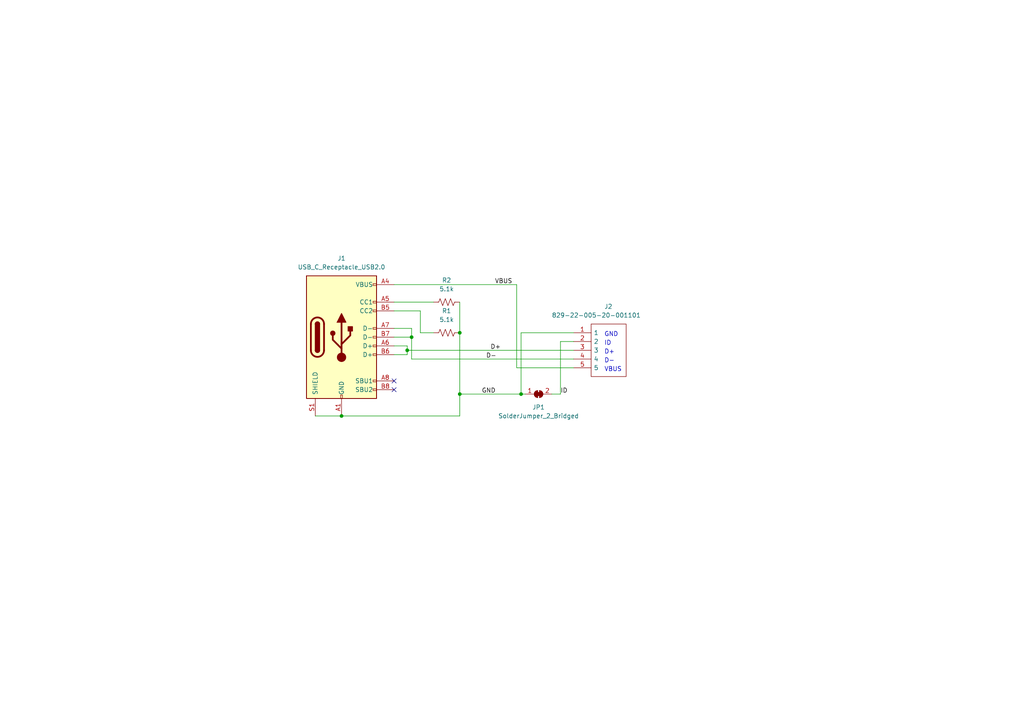
<source format=kicad_sch>
(kicad_sch (version 20211123) (generator eeschema)
  (paper "A4")
  (lib_symbols
    (symbol "829-22-005-20-001101 Pogo:829-22-005-20-001101" (pin_names (offset 0.762))
      (property "Reference" "J" (at 16.51 7.62 0))
      (property "Value" "829-22-005-20-001101" (at 16.51 5.08 0))
      (symbol "829-22-005-20-001101_0_0"
        (pin passive line (at 0 0 0) (length 5.08) (name "1") (number "1"))
        (pin passive line (at 0 -2.54 0) (length 5.08) (name "2") (number "2"))
        (pin passive line (at 0 -5.08 0) (length 5.08) (name "3") (number "3"))
        (pin passive line (at 0 -7.62 0) (length 5.08) (name "4") (number "4"))
        (pin passive line (at 0 -10.16 0) (length 5.08) (name "5") (number "5"))
      )
      (symbol "829-22-005-20-001101_0_1"
        (polyline (pts (xy 5.08 2.54) (xy 15.24 2.54) (xy 15.24 -12.7) (xy 5.08 -12.7) (xy 5.08 2.54)) (stroke (width 0.1524)))
      )
    )
    (symbol "Connector:USB_C_Receptacle_USB2.0" (pin_names (offset 1.016))
      (property "Reference" "J" (at -10.16 19.05 0))
      (property "Value" "USB_C_Receptacle_USB2.0" (at 19.05 19.05 0))
      (symbol "USB_C_Receptacle_USB2.0_0_0"
        (rectangle (start -0.254 -17.78) (end 0.254 -16.764))
        (rectangle (start 10.16 -14.986) (end 9.144 -15.494))
        (rectangle (start 10.16 -12.446) (end 9.144 -12.954))
        (rectangle (start 10.16 -4.826) (end 9.144 -5.334))
        (rectangle (start 10.16 -2.286) (end 9.144 -2.794))
        (rectangle (start 10.16 0.254) (end 9.144 -0.254))
        (rectangle (start 10.16 2.794) (end 9.144 2.286))
        (rectangle (start 10.16 7.874) (end 9.144 7.366))
        (rectangle (start 10.16 10.414) (end 9.144 9.906))
        (rectangle (start 10.16 15.494) (end 9.144 14.986))
      )
      (symbol "USB_C_Receptacle_USB2.0_0_1"
        (rectangle (start -10.16 17.78) (end 10.16 -17.78) (stroke (width 0.254)) (fill (type background)))
        (arc (start -8.89 -3.81) (mid -6.985 -5.715) (end -5.08 -3.81) (stroke (width 0.508)))
        (arc (start -7.62 -3.81) (mid -6.985 -4.445) (end -6.35 -3.81) (stroke (width 0.254)))
        (arc (start -7.62 -3.81) (mid -6.985 -4.445) (end -6.35 -3.81) (stroke (width 0.254)) (fill (type outline)))
        (rectangle (start -7.62 -3.81) (end -6.35 3.81) (stroke (width 0.254)) (fill (type outline)))
        (arc (start -6.35 3.81) (mid -6.985 4.445) (end -7.62 3.81) (stroke (width 0.254)))
        (arc (start -6.35 3.81) (mid -6.985 4.445) (end -7.62 3.81) (stroke (width 0.254)) (fill (type outline)))
        (arc (start -5.08 3.81) (mid -6.985 5.715) (end -8.89 3.81) (stroke (width 0.508)))
        (circle (center -2.54 1.143) (radius 0.635) (stroke (width 0.254)) (fill (type outline)))
        (circle (center 0 -5.842) (radius 1.27) (fill (type outline)))
        (polyline (pts (xy -8.89 -3.81) (xy -8.89 3.81)) (stroke (width 0.508)))
        (polyline (pts (xy -5.08 3.81) (xy -5.08 -3.81)) (stroke (width 0.508)))
        (polyline (pts (xy 0 -5.842) (xy 0 4.318)) (stroke (width 0.508)))
        (polyline (pts (xy 0 -3.302) (xy -2.54 -0.762) (xy -2.54 0.508)) (stroke (width 0.508)))
        (polyline (pts (xy 0 -2.032) (xy 2.54 0.508) (xy 2.54 1.778)) (stroke (width 0.508)))
        (polyline (pts (xy -1.27 4.318) (xy 0 6.858) (xy 1.27 4.318) (xy -1.27 4.318)) (stroke (width 0.254)) (fill (type outline)))
        (rectangle (start 1.905 1.778) (end 3.175 3.048) (stroke (width 0.254)) (fill (type outline)))
      )
      (symbol "USB_C_Receptacle_USB2.0_1_1"
        (pin passive line (at 0 -22.86 90) (length 5.08) (name "GND") (number "A1"))
        (pin passive line (at 0 -22.86 90) (length 5.08) hide (name "GND") (number "A12"))
        (pin passive line (at 15.24 15.24 180) (length 5.08) (name "VBUS") (number "A4"))
        (pin bidirectional line (at 15.24 10.16 180) (length 5.08) (name "CC1") (number "A5"))
        (pin bidirectional line (at 15.24 -2.54 180) (length 5.08) (name "D+") (number "A6"))
        (pin bidirectional line (at 15.24 2.54 180) (length 5.08) (name "D-") (number "A7"))
        (pin bidirectional line (at 15.24 -12.7 180) (length 5.08) (name "SBU1") (number "A8"))
        (pin passive line (at 15.24 15.24 180) (length 5.08) hide (name "VBUS") (number "A9"))
        (pin passive line (at 0 -22.86 90) (length 5.08) hide (name "GND") (number "B1"))
        (pin passive line (at 0 -22.86 90) (length 5.08) hide (name "GND") (number "B12"))
        (pin passive line (at 15.24 15.24 180) (length 5.08) hide (name "VBUS") (number "B4"))
        (pin bidirectional line (at 15.24 7.62 180) (length 5.08) (name "CC2") (number "B5"))
        (pin bidirectional line (at 15.24 -5.08 180) (length 5.08) (name "D+") (number "B6"))
        (pin bidirectional line (at 15.24 0 180) (length 5.08) (name "D-") (number "B7"))
        (pin bidirectional line (at 15.24 -15.24 180) (length 5.08) (name "SBU2") (number "B8"))
        (pin passive line (at 15.24 15.24 180) (length 5.08) hide (name "VBUS") (number "B9"))
        (pin passive line (at -7.62 -22.86 90) (length 5.08) (name "SHIELD") (number "S1"))
      )
    )
    (symbol "Device:R_US" (pin_numbers hide) (pin_names (offset 0))
      (property "Reference" "R" (at 2.54 0 90))
      (property "Value" "R_US" (at -2.54 0 90))
      (symbol "R_US_0_1"
        (polyline (pts (xy 0 -2.286) (xy 0 -2.54)))
        (polyline (pts (xy 0 2.286) (xy 0 2.54)))
        (polyline (pts (xy 0 -0.762) (xy 1.016 -1.143) (xy 0 -1.524) (xy -1.016 -1.905) (xy 0 -2.286)))
        (polyline (pts (xy 0 0.762) (xy 1.016 0.381) (xy 0 0) (xy -1.016 -0.381) (xy 0 -0.762)))
        (polyline (pts (xy 0 2.286) (xy 1.016 1.905) (xy 0 1.524) (xy -1.016 1.143) (xy 0 0.762)))
      )
      (symbol "R_US_1_1"
        (pin passive line (at 0 3.81 270) (length 1.27) (name "~") (number "1"))
        (pin passive line (at 0 -3.81 90) (length 1.27) (name "~") (number "2"))
      )
    )
    (symbol "Jumper:SolderJumper_2_Bridged" (pin_names (offset 0) hide)
      (property "Reference" "JP" (at 0 2.032 0))
      (property "Value" "SolderJumper_2_Bridged" (at 0 -2.54 0))
      (symbol "SolderJumper_2_Bridged_0_1"
        (rectangle (start -0.508 0.508) (end 0.508 -0.508) (fill (type outline)))
        (arc (start -0.254 1.016) (mid -1.27 0) (end -0.254 -1.016))
        (arc (start -0.254 1.016) (mid -1.27 0) (end -0.254 -1.016) (fill (type outline)))
        (polyline (pts (xy -0.254 1.016) (xy -0.254 -1.016)))
        (polyline (pts (xy 0.254 1.016) (xy 0.254 -1.016)))
        (arc (start 0.254 -1.016) (mid 1.27 0) (end 0.254 1.016))
        (arc (start 0.254 -1.016) (mid 1.27 0) (end 0.254 1.016) (fill (type outline)))
      )
      (symbol "SolderJumper_2_Bridged_1_1"
        (pin passive line (at -3.81 0 0) (length 2.54) (name "A") (number "1"))
        (pin passive line (at 3.81 0 180) (length 2.54) (name "B") (number "2"))
      )
    )
  )
  (junction (at 119.38 97.79))
  (junction (at 151.13 114.3))
  (junction (at 133.35 114.3))
  (junction (at 133.35 96.52))
  (junction (at 99.06 120.65))
  (junction (at 118.11 101.6))
  (no_connect (at 114.3 110.49))
  (no_connect (at 114.3 113.03))
  (wire (pts (xy 133.35 114.3) (xy 133.35 120.65)))
  (wire (pts (xy 133.35 87.63) (xy 133.35 96.52)))
  (wire (pts (xy 162.56 99.06) (xy 162.56 114.3)))
  (wire (pts (xy 151.13 114.3) (xy 152.4 114.3)))
  (wire (pts (xy 119.38 97.79) (xy 119.38 104.14)))
  (wire (pts (xy 133.35 96.52) (xy 133.35 114.3)))
  (wire (pts (xy 119.38 95.25) (xy 119.38 97.79)))
  (wire (pts (xy 121.92 90.17) (xy 121.92 96.52)))
  (wire (pts (xy 114.3 90.17) (xy 121.92 90.17)))
  (wire (pts (xy 160.02 114.3) (xy 162.56 114.3)))
  (wire (pts (xy 133.35 114.3) (xy 151.13 114.3)))
  (wire (pts (xy 119.38 104.14) (xy 166.37 104.14)))
  (wire (pts (xy 121.92 96.52) (xy 125.73 96.52)))
  (wire (pts (xy 99.06 120.65) (xy 133.35 120.65)))
  (wire (pts (xy 114.3 87.63) (xy 125.73 87.63)))
  (wire (pts (xy 114.3 100.33) (xy 118.11 100.33)))
  (wire (pts (xy 149.86 106.68) (xy 166.37 106.68)))
  (wire (pts (xy 118.11 101.6) (xy 166.37 101.6)))
  (wire (pts (xy 151.13 96.52) (xy 166.37 96.52)))
  (wire (pts (xy 114.3 95.25) (xy 119.38 95.25)))
  (wire (pts (xy 91.44 120.65) (xy 99.06 120.65)))
  (wire (pts (xy 114.3 97.79) (xy 119.38 97.79)))
  (wire (pts (xy 114.3 102.87) (xy 118.11 102.87)))
  (wire (pts (xy 118.11 102.87) (xy 118.11 101.6)))
  (wire (pts (xy 151.13 96.52) (xy 151.13 114.3)))
  (wire (pts (xy 149.86 82.55) (xy 149.86 106.68)))
  (wire (pts (xy 166.37 99.06) (xy 162.56 99.06)))
  (wire (pts (xy 118.11 100.33) (xy 118.11 101.6)))
  (wire (pts (xy 114.3 82.55) (xy 149.86 82.55)))
  (text "D+" (at 175.26 102.87 0) (effects (font (size 1.27 1.27)) (justify left bottom)))
  (text "VBUS" (at 175.26 107.95 0) (effects (font (size 1.27 1.27)) (justify left bottom)))
  (text "D-" (at 175.26 105.41 0) (effects (font (size 1.27 1.27)) (justify left bottom)))
  (text "GND" (at 175.26 97.79 0) (effects (font (size 1.27 1.27)) (justify left bottom)))
  (text "ID" (at 175.26 100.33 0) (effects (font (size 1.27 1.27)) (justify left bottom)))
  (label "ID" (at 162.56 114.3 0))
  (label "D+" (at 142.24 101.6 0))
  (label "GND" (at 139.7 114.3 0))
  (label "D-" (at 140.97 104.14 0))
  (label "VBUS" (at 143.51 82.55 0))
  (symbol (lib_id "Connector:USB_C_Receptacle_USB2.0") (at 99.06 97.79 0) (unit 1)
    (property "Reference" "J1" (at 99.06 74.93 0))
    (property "Value" "USB_C_Receptacle_USB2.0" (at 99.06 77.47 0))
    (property "Footprint" "Connector_USB:USB_C_Receptacle_JAE_DX07S016JA1R1500" (effects hide))
    (property "Datasheet" "https://www.usb.org/sites/default/files/documents/usb_type-c.zip" (effects hide))
  )
  (symbol (lib_id "Device:R_US") (at 129.54 96.52 270) (unit 1)
    (property "Reference" "R1" (at 129.54 90.17 90))
    (property "Value" "5.1k" (at 129.54 92.71 90))
    (property "Footprint" "Resistor_THT:R_Axial_DIN0207_L6.3mm_D2.5mm_P7.62mm_Horizontal" (effects hide))
  )
  (symbol (lib_id "Jumper:SolderJumper_2_Bridged") (at 156.21 114.3 0) (unit 1)
    (property "Reference" "JP1" (at 156.21 118.11 0))
    (property "Value" "SolderJumper_2_Bridged" (at 156.21 120.65 0))
    (property "Footprint" "Jumper:SolderJumper-2_P1.3mm_Open_TrianglePad1.0x1.5mm" (effects hide))
  )
  (symbol (lib_id "829-22-005-20-001101 Pogo:829-22-005-20-001101") (at 166.37 96.52 0) (unit 1)
    (property "Reference" "J2" (at 175.26 88.9 0) (effects (justify left)))
    (property "Value" "829-22-005-20-001101" (at 160.02 91.44 0) (effects (justify left)))
    (property "Footprint" "8292200520001101" (effects hide))
    (property "Datasheet" "https://www.arrow.com/en/products/829-22-005-20-001101/mill-max" (effects hide))
    (property "Description" "Headers & Wire Housings 5P 1R Thru-Hole R/A1.14mm MidStroke" (effects hide))
    (property "Height" "2.54" (effects hide))
    (property "Manufacturer_Name" "Mill-Max" (effects hide))
    (property "Manufacturer_Part_Number" "829-22-005-20-001101" (effects hide))
    (property "Mouser Part Number" "575-8292200520" (effects hide))
    (property "Mouser Price/Stock" "https://www.mouser.co.uk/ProductDetail/Mill-Max/829-22-005-20-001101?qs=2VJUL6J6vBvkHkdLjo7MiQ%3D%3D" (effects hide))
    (property "Arrow Part Number" "829-22-005-20-001101" (effects hide))
    (property "Arrow Price/Stock" "https://www.arrow.com/en/products/829-22-005-20-001101/mill-max" (effects hide))
  )
  (symbol (lib_id "Device:R_US") (at 129.54 87.63 270) (unit 1)
    (property "Reference" "R2" (at 129.54 81.28 90))
    (property "Value" "5.1k" (at 129.54 83.82 90))
    (property "Footprint" "Resistor_THT:R_Axial_DIN0207_L6.3mm_D2.5mm_P7.62mm_Horizontal" (effects hide))
  )
)
</source>
